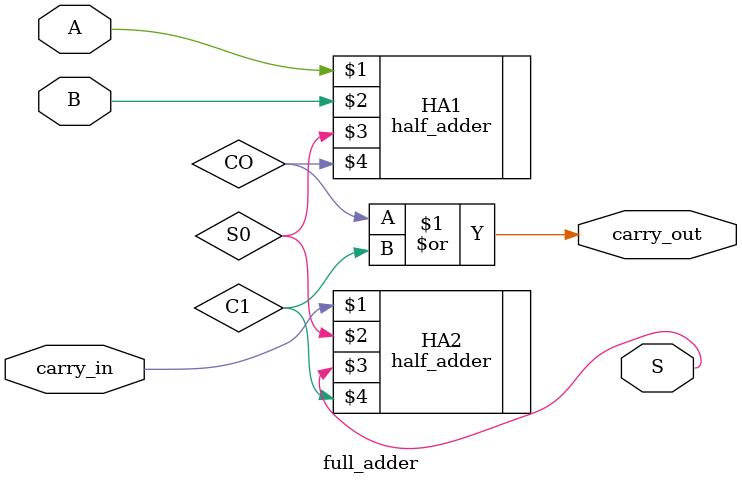
<source format=v>
module full_adder(input A, input B, input carry_in, output S, output carry_out);

	wire CO, C1, S0;

	half_adder HA1
	(
		A,
		B,
		S0, 
		CO		
	);
	
	half_adder HA2
	(
		carry_in,
		S0,
		S,
		C1	
	);
	
	or (carry_out, CO, C1);

endmodule 
</source>
